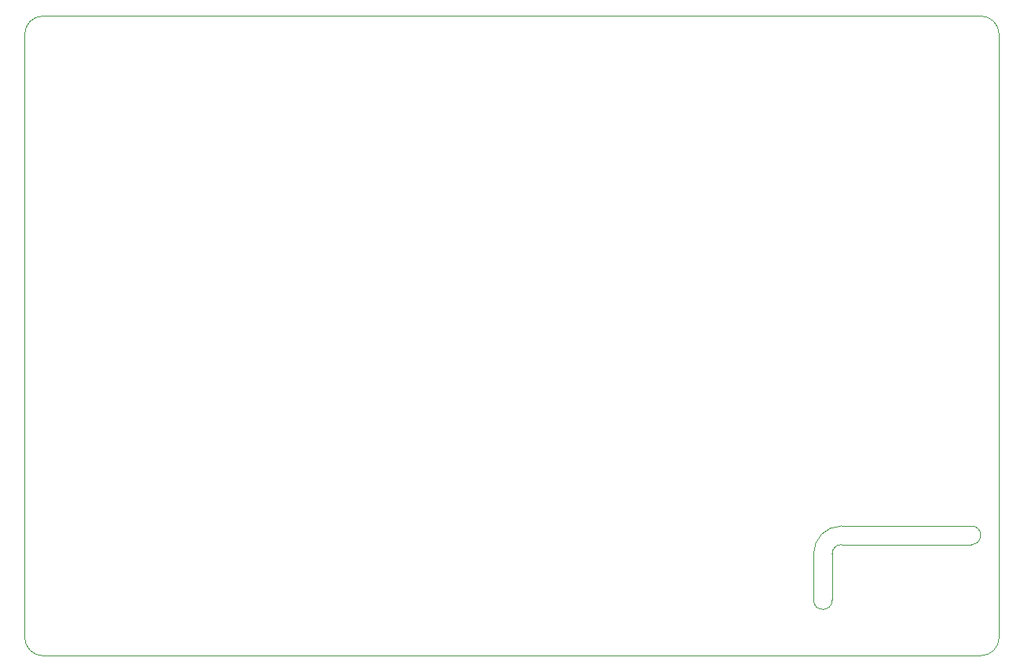
<source format=gbr>
G04 #@! TF.GenerationSoftware,KiCad,Pcbnew,(5.1.4)-1*
G04 #@! TF.CreationDate,2020-01-19T15:47:51-08:00*
G04 #@! TF.ProjectId,Light_intensity_data_logger,4c696768-745f-4696-9e74-656e73697479,rev?*
G04 #@! TF.SameCoordinates,Original*
G04 #@! TF.FileFunction,Profile,NP*
%FSLAX46Y46*%
G04 Gerber Fmt 4.6, Leading zero omitted, Abs format (unit mm)*
G04 Created by KiCad (PCBNEW (5.1.4)-1) date 2020-01-19 15:47:51*
%MOMM*%
%LPD*%
G04 APERTURE LIST*
%ADD10C,0.050000*%
G04 APERTURE END LIST*
D10*
X175000000Y-87000000D02*
G75*
G02X175000000Y-89000000I0J-1000000D01*
G01*
X158000000Y-90000000D02*
G75*
G02X161000000Y-87000000I3000000J0D01*
G01*
X175000000Y-87000000D02*
X161000000Y-87000000D01*
X160000000Y-90000000D02*
G75*
G02X161000000Y-89000000I1000000J0D01*
G01*
X161000000Y-89000000D02*
X175000000Y-89000000D01*
X160000000Y-95000000D02*
G75*
G02X158000000Y-95000000I-1000000J0D01*
G01*
X158000000Y-95000000D02*
X158000000Y-90000000D01*
X160000000Y-90000000D02*
X160000000Y-95000000D01*
X75000000Y-101000000D02*
G75*
G02X73000000Y-99000000I0J2000000D01*
G01*
X178000000Y-99000000D02*
G75*
G02X176000000Y-101000000I-2000000J0D01*
G01*
X176000000Y-32000000D02*
G75*
G02X178000000Y-34000000I0J-2000000D01*
G01*
X73000000Y-34000000D02*
G75*
G02X75000000Y-32000000I2000000J0D01*
G01*
X73000000Y-99000000D02*
X73000000Y-34000000D01*
X176000000Y-101000000D02*
X75000000Y-101000000D01*
X178000000Y-34000000D02*
X178000000Y-99000000D01*
X75000000Y-32000000D02*
X176000000Y-32000000D01*
M02*

</source>
